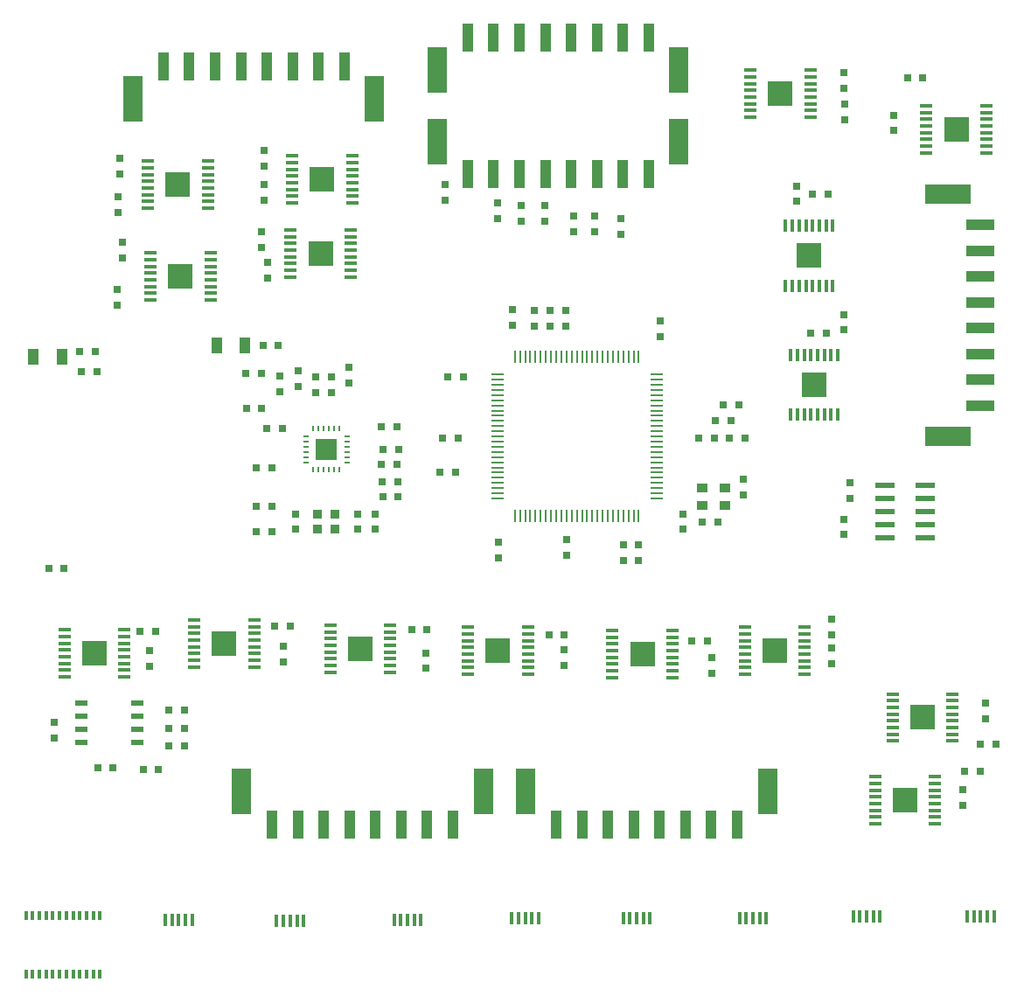
<source format=gtp>
G04 #@! TF.GenerationSoftware,KiCad,Pcbnew,5.1.5-52549c5~86~ubuntu18.04.1*
G04 #@! TF.CreationDate,2020-12-28T20:35:26-08:00*
G04 #@! TF.ProjectId,GAMTP_rev02,47414d54-505f-4726-9576-30322e6b6963,rev?*
G04 #@! TF.SameCoordinates,Original*
G04 #@! TF.FileFunction,Paste,Top*
G04 #@! TF.FilePolarity,Positive*
%FSLAX46Y46*%
G04 Gerber Fmt 4.6, Leading zero omitted, Abs format (unit mm)*
G04 Created by KiCad (PCBNEW 5.1.5-52549c5~86~ubuntu18.04.1) date 2020-12-28 20:35:26*
%MOMM*%
%LPD*%
G04 APERTURE LIST*
%ADD10R,0.360000X1.200000*%
%ADD11R,1.200000X0.360000*%
%ADD12R,2.400000X2.400000*%
%ADD13R,0.719328X0.800608*%
%ADD14R,0.800608X0.719328*%
%ADD15R,1.999488X1.999488*%
%ADD16O,0.640080X0.199136*%
%ADD17O,0.199136X0.640080*%
%ADD18R,1.120000X0.960000*%
%ADD19R,0.960000X0.880000*%
%ADD20R,0.720000X0.800000*%
%ADD21R,0.800000X0.720000*%
%ADD22R,1.200000X0.240000*%
%ADD23R,0.240000X1.200000*%
%ADD24R,1.240000X0.480000*%
%ADD25R,1.000000X1.600000*%
%ADD26R,1.120000X2.720000*%
%ADD27R,1.840000X4.480000*%
%ADD28R,2.720000X1.120000*%
%ADD29R,4.480000X1.840000*%
%ADD30R,1.920000X0.608000*%
%ADD31R,0.320000X0.880000*%
G04 APERTURE END LIST*
D10*
X102700000Y-141550000D03*
X101400000Y-141550000D03*
X102050000Y-141550000D03*
X104000000Y-141550000D03*
X103350000Y-141550000D03*
X180350000Y-141250000D03*
X179050000Y-141250000D03*
X179700000Y-141250000D03*
X181650000Y-141250000D03*
X181000000Y-141250000D03*
X113500000Y-141650000D03*
X112200000Y-141650000D03*
X112850000Y-141650000D03*
X114800000Y-141650000D03*
X114150000Y-141650000D03*
X169300000Y-141200000D03*
X168000000Y-141200000D03*
X168650000Y-141200000D03*
X170600000Y-141200000D03*
X169950000Y-141200000D03*
X124850000Y-141600000D03*
X123550000Y-141600000D03*
X124200000Y-141600000D03*
X126150000Y-141600000D03*
X125500000Y-141600000D03*
X158300000Y-141350000D03*
X157000000Y-141350000D03*
X157650000Y-141350000D03*
X159600000Y-141350000D03*
X158950000Y-141350000D03*
X136250000Y-141400000D03*
X134950000Y-141400000D03*
X135600000Y-141400000D03*
X137550000Y-141400000D03*
X136900000Y-141400000D03*
X147050000Y-141400000D03*
X145750000Y-141400000D03*
X146400000Y-141400000D03*
X148350000Y-141400000D03*
X147700000Y-141400000D03*
D11*
X119486000Y-71475000D03*
X119486000Y-72125000D03*
X119486000Y-70825000D03*
X119486000Y-70175000D03*
X119486000Y-67575000D03*
X119486000Y-68225000D03*
X119486000Y-69525000D03*
X119486000Y-68875000D03*
X113686000Y-68875000D03*
X113686000Y-69525000D03*
X113686000Y-68225000D03*
X113686000Y-67575000D03*
X113686000Y-70175000D03*
X113686000Y-70825000D03*
X113686000Y-72125000D03*
X113686000Y-71475000D03*
D12*
X116586000Y-69850000D03*
D11*
X105770000Y-80873000D03*
X105770000Y-81523000D03*
X105770000Y-80223000D03*
X105770000Y-79573000D03*
X105770000Y-76973000D03*
X105770000Y-77623000D03*
X105770000Y-78923000D03*
X105770000Y-78273000D03*
X99970000Y-78273000D03*
X99970000Y-78923000D03*
X99970000Y-77623000D03*
X99970000Y-76973000D03*
X99970000Y-79573000D03*
X99970000Y-80223000D03*
X99970000Y-81523000D03*
X99970000Y-80873000D03*
D12*
X102870000Y-79248000D03*
D11*
X119338000Y-78658000D03*
X119338000Y-79308000D03*
X119338000Y-78008000D03*
X119338000Y-77358000D03*
X119338000Y-74758000D03*
X119338000Y-75408000D03*
X119338000Y-76708000D03*
X119338000Y-76058000D03*
X113538000Y-76058000D03*
X113538000Y-76708000D03*
X113538000Y-75408000D03*
X113538000Y-74758000D03*
X113538000Y-77358000D03*
X113538000Y-78008000D03*
X113538000Y-79308000D03*
X113538000Y-78658000D03*
D12*
X116438000Y-77033000D03*
D11*
X105516000Y-71983000D03*
X105516000Y-72633000D03*
X105516000Y-71333000D03*
X105516000Y-70683000D03*
X105516000Y-68083000D03*
X105516000Y-68733000D03*
X105516000Y-70033000D03*
X105516000Y-69383000D03*
X99716000Y-69383000D03*
X99716000Y-70033000D03*
X99716000Y-68733000D03*
X99716000Y-68083000D03*
X99716000Y-70683000D03*
X99716000Y-71333000D03*
X99716000Y-72633000D03*
X99716000Y-71983000D03*
D12*
X102616000Y-70358000D03*
D10*
X162625000Y-92650000D03*
X161975000Y-92650000D03*
X163275000Y-92650000D03*
X163925000Y-92650000D03*
X166525000Y-92650000D03*
X165875000Y-92650000D03*
X164575000Y-92650000D03*
X165225000Y-92650000D03*
X165225000Y-86850000D03*
X164575000Y-86850000D03*
X165875000Y-86850000D03*
X166525000Y-86850000D03*
X163925000Y-86850000D03*
X163275000Y-86850000D03*
X161975000Y-86850000D03*
X162625000Y-86850000D03*
D12*
X164250000Y-89750000D03*
D10*
X162125000Y-80150000D03*
X161475000Y-80150000D03*
X162775000Y-80150000D03*
X163425000Y-80150000D03*
X166025000Y-80150000D03*
X165375000Y-80150000D03*
X164075000Y-80150000D03*
X164725000Y-80150000D03*
X164725000Y-74350000D03*
X164075000Y-74350000D03*
X165375000Y-74350000D03*
X166025000Y-74350000D03*
X163425000Y-74350000D03*
X162775000Y-74350000D03*
X161475000Y-74350000D03*
X162125000Y-74350000D03*
D12*
X163750000Y-77250000D03*
D11*
X180900000Y-66625000D03*
X180900000Y-67275000D03*
X180900000Y-65975000D03*
X180900000Y-65325000D03*
X180900000Y-62725000D03*
X180900000Y-63375000D03*
X180900000Y-64675000D03*
X180900000Y-64025000D03*
X175100000Y-64025000D03*
X175100000Y-64675000D03*
X175100000Y-63375000D03*
X175100000Y-62725000D03*
X175100000Y-65325000D03*
X175100000Y-65975000D03*
X175100000Y-67275000D03*
X175100000Y-66625000D03*
D12*
X178000000Y-65000000D03*
D11*
X158050000Y-59945000D03*
X158050000Y-59295000D03*
X158050000Y-60595000D03*
X158050000Y-61245000D03*
X158050000Y-63845000D03*
X158050000Y-63195000D03*
X158050000Y-61895000D03*
X158050000Y-62545000D03*
X163850000Y-62545000D03*
X163850000Y-61895000D03*
X163850000Y-63195000D03*
X163850000Y-63845000D03*
X163850000Y-61245000D03*
X163850000Y-60595000D03*
X163850000Y-59295000D03*
X163850000Y-59945000D03*
D12*
X160950000Y-61570000D03*
D11*
X144700000Y-114175000D03*
X144700000Y-113525000D03*
X144700000Y-114825000D03*
X144700000Y-115475000D03*
X144700000Y-118075000D03*
X144700000Y-117425000D03*
X144700000Y-116125000D03*
X144700000Y-116775000D03*
X150500000Y-116775000D03*
X150500000Y-116125000D03*
X150500000Y-117425000D03*
X150500000Y-118075000D03*
X150500000Y-115475000D03*
X150500000Y-114825000D03*
X150500000Y-113525000D03*
X150500000Y-114175000D03*
D12*
X147600000Y-115800000D03*
D11*
X157500000Y-113875000D03*
X157500000Y-113225000D03*
X157500000Y-114525000D03*
X157500000Y-115175000D03*
X157500000Y-117775000D03*
X157500000Y-117125000D03*
X157500000Y-115825000D03*
X157500000Y-116475000D03*
X163300000Y-116475000D03*
X163300000Y-115825000D03*
X163300000Y-117125000D03*
X163300000Y-117775000D03*
X163300000Y-115175000D03*
X163300000Y-114525000D03*
X163300000Y-113225000D03*
X163300000Y-113875000D03*
D12*
X160400000Y-115500000D03*
D11*
X170125000Y-128350000D03*
X170125000Y-127700000D03*
X170125000Y-129000000D03*
X170125000Y-129650000D03*
X170125000Y-132250000D03*
X170125000Y-131600000D03*
X170125000Y-130300000D03*
X170125000Y-130950000D03*
X175925000Y-130950000D03*
X175925000Y-130300000D03*
X175925000Y-131600000D03*
X175925000Y-132250000D03*
X175925000Y-129650000D03*
X175925000Y-129000000D03*
X175925000Y-127700000D03*
X175925000Y-128350000D03*
D12*
X173025000Y-129975000D03*
D11*
X171810000Y-120335000D03*
X171810000Y-119685000D03*
X171810000Y-120985000D03*
X171810000Y-121635000D03*
X171810000Y-124235000D03*
X171810000Y-123585000D03*
X171810000Y-122285000D03*
X171810000Y-122935000D03*
X177610000Y-122935000D03*
X177610000Y-122285000D03*
X177610000Y-123585000D03*
X177610000Y-124235000D03*
X177610000Y-121635000D03*
X177610000Y-120985000D03*
X177610000Y-119685000D03*
X177610000Y-120335000D03*
D12*
X174710000Y-121960000D03*
D11*
X104200000Y-113175000D03*
X104200000Y-112525000D03*
X104200000Y-113825000D03*
X104200000Y-114475000D03*
X104200000Y-117075000D03*
X104200000Y-116425000D03*
X104200000Y-115125000D03*
X104200000Y-115775000D03*
X110000000Y-115775000D03*
X110000000Y-115125000D03*
X110000000Y-116425000D03*
X110000000Y-117075000D03*
X110000000Y-114475000D03*
X110000000Y-113825000D03*
X110000000Y-112525000D03*
X110000000Y-113175000D03*
D12*
X107100000Y-114800000D03*
D11*
X117400000Y-113675000D03*
X117400000Y-113025000D03*
X117400000Y-114325000D03*
X117400000Y-114975000D03*
X117400000Y-117575000D03*
X117400000Y-116925000D03*
X117400000Y-115625000D03*
X117400000Y-116275000D03*
X123200000Y-116275000D03*
X123200000Y-115625000D03*
X123200000Y-116925000D03*
X123200000Y-117575000D03*
X123200000Y-114975000D03*
X123200000Y-114325000D03*
X123200000Y-113025000D03*
X123200000Y-113675000D03*
D12*
X120300000Y-115300000D03*
D11*
X130700000Y-113875000D03*
X130700000Y-113225000D03*
X130700000Y-114525000D03*
X130700000Y-115175000D03*
X130700000Y-117775000D03*
X130700000Y-117125000D03*
X130700000Y-115825000D03*
X130700000Y-116475000D03*
X136500000Y-116475000D03*
X136500000Y-115825000D03*
X136500000Y-117125000D03*
X136500000Y-117775000D03*
X136500000Y-115175000D03*
X136500000Y-114525000D03*
X136500000Y-113225000D03*
X136500000Y-113875000D03*
D12*
X133600000Y-115500000D03*
D11*
X91630000Y-114135000D03*
X91630000Y-113485000D03*
X91630000Y-114785000D03*
X91630000Y-115435000D03*
X91630000Y-118035000D03*
X91630000Y-117385000D03*
X91630000Y-116085000D03*
X91630000Y-116735000D03*
X97430000Y-116735000D03*
X97430000Y-116085000D03*
X97430000Y-117385000D03*
X97430000Y-118035000D03*
X97430000Y-115435000D03*
X97430000Y-114785000D03*
X97430000Y-113485000D03*
X97430000Y-114135000D03*
D12*
X94530000Y-115760000D03*
D13*
X156151840Y-93200000D03*
X154648160Y-93200000D03*
D14*
X140208000Y-84063840D03*
X140208000Y-82560160D03*
X112522000Y-90413840D03*
X112522000Y-88910160D03*
X145800000Y-106751840D03*
X145800000Y-105248160D03*
X147200000Y-106751840D03*
X147200000Y-105248160D03*
D13*
X103251840Y-124750000D03*
X101748160Y-124750000D03*
D14*
X167100000Y-104251840D03*
X167100000Y-102748160D03*
D13*
X103251840Y-121250000D03*
X101748160Y-121250000D03*
X103251840Y-123000000D03*
X101748160Y-123000000D03*
X123801840Y-93850000D03*
X122298160Y-93850000D03*
X123951840Y-100570000D03*
X122448160Y-100570000D03*
X124001840Y-96000000D03*
X122498160Y-96000000D03*
D14*
X121750000Y-103751840D03*
X121750000Y-102248160D03*
X115950000Y-90501840D03*
X115950000Y-88998160D03*
D13*
X129501840Y-98250000D03*
X127998160Y-98250000D03*
D14*
X117500000Y-90501840D03*
X117500000Y-88998160D03*
D13*
X90118160Y-107560000D03*
X91621840Y-107560000D03*
X94811840Y-88440000D03*
X93308160Y-88440000D03*
X94641840Y-86550000D03*
X93138160Y-86550000D03*
X100751840Y-127000000D03*
X99248160Y-127000000D03*
X112351840Y-85900000D03*
X110848160Y-85900000D03*
D15*
X117000000Y-96000000D03*
D16*
X115001020Y-94750320D03*
X115001020Y-95250700D03*
X115001020Y-95751080D03*
X115001020Y-96248920D03*
X115001020Y-96749300D03*
X115001020Y-97249680D03*
D17*
X115750320Y-97998980D03*
X116250700Y-97998980D03*
X116751080Y-97998980D03*
X117248920Y-97998980D03*
X117749300Y-97998980D03*
X118249680Y-97998980D03*
D16*
X118998980Y-97249680D03*
X118998980Y-96749300D03*
X118998980Y-96248920D03*
X118998980Y-95751080D03*
X118998980Y-95250700D03*
X118998980Y-94750320D03*
D17*
X118249680Y-94001020D03*
X117749300Y-94001020D03*
X117248920Y-94001020D03*
X116751080Y-94001020D03*
X116250700Y-94001020D03*
X115750320Y-94001020D03*
D18*
X155550000Y-99725000D03*
X153350000Y-99725000D03*
X155550000Y-101425000D03*
X153350000Y-101425000D03*
D19*
X116150000Y-103700000D03*
X117850000Y-103700000D03*
X116150000Y-102300000D03*
X117850000Y-102300000D03*
D13*
X110248160Y-104000000D03*
X111751840Y-104000000D03*
X128248160Y-94900000D03*
D20*
X129751840Y-94900000D03*
D13*
X128748160Y-89000000D03*
D20*
X130251840Y-89000000D03*
D13*
X157551840Y-94900000D03*
D20*
X156048160Y-94900000D03*
D14*
X133650000Y-104998160D03*
D21*
X133650000Y-106501840D03*
D13*
X153048160Y-94900000D03*
D20*
X154551840Y-94900000D03*
D13*
X156951840Y-91700000D03*
D20*
X155448160Y-91700000D03*
D14*
X140250000Y-104748160D03*
D21*
X140250000Y-106251840D03*
D14*
X137160000Y-82560160D03*
D21*
X137160000Y-84063840D03*
D14*
X151500000Y-103751840D03*
D21*
X151500000Y-102248160D03*
D14*
X138684000Y-82560160D03*
D21*
X138684000Y-84063840D03*
D14*
X157350000Y-100426840D03*
D21*
X157350000Y-98923160D03*
D13*
X154901840Y-103025000D03*
D20*
X153398160Y-103025000D03*
D14*
X99900000Y-117001840D03*
D21*
X99900000Y-115498160D03*
D13*
X98948160Y-113650000D03*
D20*
X100451840Y-113650000D03*
D14*
X110998000Y-67066160D03*
D21*
X110998000Y-68569840D03*
D14*
X110740000Y-74958160D03*
D21*
X110740000Y-76461840D03*
D14*
X110998000Y-70348160D03*
D21*
X110998000Y-71851840D03*
D14*
X111350000Y-77898160D03*
D21*
X111350000Y-79401840D03*
D14*
X96820000Y-71548160D03*
D21*
X96820000Y-73051840D03*
D14*
X96774000Y-80528160D03*
D21*
X96774000Y-82031840D03*
D14*
X97028000Y-69331840D03*
D21*
X97028000Y-67828160D03*
D14*
X97282000Y-77459840D03*
D21*
X97282000Y-75956160D03*
D13*
X165371840Y-84720000D03*
D20*
X163868160Y-84720000D03*
D13*
X165551840Y-71300000D03*
D20*
X164048160Y-71300000D03*
D14*
X167100000Y-82948160D03*
D21*
X167100000Y-84451840D03*
D14*
X162500000Y-72001840D03*
D21*
X162500000Y-70498160D03*
D14*
X171900000Y-63638160D03*
D21*
X171900000Y-65141840D03*
D14*
X167150000Y-64111840D03*
D21*
X167150000Y-62608160D03*
D13*
X173248160Y-60000000D03*
D20*
X174751840Y-60000000D03*
D14*
X167130000Y-59558160D03*
D21*
X167130000Y-61061840D03*
D14*
X154300000Y-117701840D03*
D21*
X154300000Y-116198160D03*
D14*
X165900000Y-116751840D03*
D21*
X165900000Y-115248160D03*
D13*
X152398160Y-114550000D03*
D20*
X153901840Y-114550000D03*
D14*
X165900000Y-112448160D03*
D21*
X165900000Y-113951840D03*
D14*
X178660000Y-130461840D03*
D21*
X178660000Y-128958160D03*
D14*
X180830000Y-122071840D03*
D21*
X180830000Y-120568160D03*
D13*
X178818160Y-127160000D03*
D20*
X180321840Y-127160000D03*
D13*
X181851840Y-124510000D03*
D20*
X180348160Y-124510000D03*
D14*
X112800000Y-116601840D03*
D21*
X112800000Y-115098160D03*
D14*
X126600000Y-117201840D03*
D21*
X126600000Y-115698160D03*
D14*
X140050000Y-116901840D03*
D21*
X140050000Y-115398160D03*
D13*
X111998160Y-113150000D03*
D20*
X113501840Y-113150000D03*
D13*
X125248160Y-113450000D03*
D20*
X126751840Y-113450000D03*
D13*
X138548160Y-114000000D03*
D20*
X140051840Y-114000000D03*
D14*
X114300000Y-88402160D03*
D21*
X114300000Y-89905840D03*
D13*
X110733840Y-88646000D03*
D20*
X109230160Y-88646000D03*
D13*
X123921840Y-99160000D03*
D20*
X122418160Y-99160000D03*
D13*
X111248160Y-94000000D03*
D20*
X112751840Y-94000000D03*
D14*
X114000000Y-102248160D03*
D21*
X114000000Y-103751840D03*
D13*
X110751840Y-92000000D03*
D20*
X109248160Y-92000000D03*
D13*
X123851840Y-97425000D03*
D20*
X122348160Y-97425000D03*
D14*
X120000000Y-103751840D03*
D21*
X120000000Y-102248160D03*
D14*
X119190000Y-88088160D03*
D21*
X119190000Y-89591840D03*
D13*
X111751840Y-97800000D03*
D20*
X110248160Y-97800000D03*
D13*
X110248160Y-101500000D03*
D20*
X111751840Y-101500000D03*
D13*
X96351840Y-126800000D03*
X94848160Y-126800000D03*
D14*
X90650000Y-123951840D03*
X90650000Y-122448160D03*
X149352000Y-83576160D03*
X149352000Y-85079840D03*
X145542000Y-75173840D03*
X145542000Y-73670160D03*
X143002000Y-74919840D03*
X143002000Y-73416160D03*
X140970000Y-74919840D03*
X140970000Y-73416160D03*
X138176000Y-73903840D03*
X138176000Y-72400160D03*
X167670000Y-99248160D03*
X167670000Y-100751840D03*
D22*
X148950000Y-92750000D03*
X148950000Y-92250000D03*
X148950000Y-91750000D03*
X148950000Y-90750000D03*
X148950000Y-91250000D03*
X148950000Y-89250000D03*
X148950000Y-88750000D03*
X148950000Y-89750000D03*
X148950000Y-90250000D03*
D23*
X135750000Y-102450000D03*
X135250000Y-102450000D03*
X138750000Y-102450000D03*
X138250000Y-102450000D03*
X139250000Y-102450000D03*
X137250000Y-102450000D03*
X137750000Y-102450000D03*
X136250000Y-102450000D03*
X136750000Y-102450000D03*
D22*
X133550000Y-97250000D03*
X133550000Y-97750000D03*
X133550000Y-96750000D03*
X133550000Y-98250000D03*
X133550000Y-98750000D03*
X133550000Y-100750000D03*
X133550000Y-100250000D03*
X133550000Y-99750000D03*
X133550000Y-99250000D03*
D23*
X137250000Y-87050000D03*
X138750000Y-87050000D03*
X139250000Y-87050000D03*
X138250000Y-87050000D03*
X137750000Y-87050000D03*
X135750000Y-87050000D03*
X136250000Y-87050000D03*
X136750000Y-87050000D03*
X135250000Y-87050000D03*
D22*
X148950000Y-94750000D03*
X148950000Y-94250000D03*
X148950000Y-93250000D03*
X148950000Y-93750000D03*
D23*
X140250000Y-102450000D03*
X139750000Y-102450000D03*
X141250000Y-102450000D03*
X140750000Y-102450000D03*
D22*
X133550000Y-94750000D03*
X133550000Y-95250000D03*
X133550000Y-95750000D03*
X133550000Y-96250000D03*
D23*
X139750000Y-87050000D03*
X141250000Y-87050000D03*
X140750000Y-87050000D03*
X140250000Y-87050000D03*
D22*
X148950000Y-95750000D03*
X148950000Y-95250000D03*
X148950000Y-96250000D03*
X148950000Y-96750000D03*
D23*
X144250000Y-102450000D03*
X144750000Y-102450000D03*
X145750000Y-102450000D03*
X145250000Y-102450000D03*
X142750000Y-102450000D03*
X143750000Y-102450000D03*
X143250000Y-102450000D03*
X141750000Y-102450000D03*
X142250000Y-102450000D03*
D22*
X133550000Y-94250000D03*
X133550000Y-93750000D03*
D23*
X142250000Y-87050000D03*
X142750000Y-87050000D03*
X143750000Y-87050000D03*
X143250000Y-87050000D03*
X144750000Y-87050000D03*
X145250000Y-87050000D03*
X144250000Y-87050000D03*
X146750000Y-87050000D03*
X147250000Y-87050000D03*
X146250000Y-87050000D03*
X145750000Y-87050000D03*
D22*
X148950000Y-97250000D03*
X148950000Y-97750000D03*
X148950000Y-98750000D03*
X148950000Y-98250000D03*
X148950000Y-99750000D03*
X148950000Y-100250000D03*
X148950000Y-99250000D03*
D23*
X146750000Y-102450000D03*
X146250000Y-102450000D03*
X147250000Y-102450000D03*
D22*
X148950000Y-100750000D03*
X133550000Y-91750000D03*
X133550000Y-92250000D03*
X133550000Y-93250000D03*
X133550000Y-92750000D03*
X133550000Y-90250000D03*
X133550000Y-91250000D03*
X133550000Y-90750000D03*
X133550000Y-89250000D03*
X133550000Y-89750000D03*
X133550000Y-88750000D03*
D23*
X141750000Y-87050000D03*
D24*
X98700000Y-124405000D03*
X98700000Y-123135000D03*
X98700000Y-121865000D03*
X98700000Y-120595000D03*
X93300000Y-120595000D03*
X93300000Y-121865000D03*
X93300000Y-123135000D03*
X93300000Y-124405000D03*
D14*
X135000000Y-82498160D03*
D21*
X135000000Y-84001840D03*
D25*
X88625000Y-87000000D03*
X91375000Y-87000000D03*
X106375000Y-85950000D03*
X109125000Y-85950000D03*
D26*
X118732000Y-58922000D03*
X116232000Y-58922000D03*
X113732000Y-58922000D03*
X101232000Y-58922000D03*
X106232000Y-58922000D03*
X103732000Y-58922000D03*
D27*
X121682000Y-62072000D03*
D26*
X108732000Y-58922000D03*
X111232000Y-58922000D03*
D27*
X98282000Y-62072000D03*
D26*
X111750000Y-132300000D03*
X114250000Y-132300000D03*
X116750000Y-132300000D03*
X129250000Y-132300000D03*
X124250000Y-132300000D03*
X126750000Y-132300000D03*
D27*
X108800000Y-129150000D03*
D26*
X121750000Y-132300000D03*
X119250000Y-132300000D03*
D27*
X132200000Y-129150000D03*
D28*
X180300000Y-91750000D03*
X180300000Y-89250000D03*
X180300000Y-86750000D03*
X180300000Y-74250000D03*
X180300000Y-79250000D03*
X180300000Y-76750000D03*
D29*
X177150000Y-94700000D03*
D28*
X180300000Y-81750000D03*
X180300000Y-84250000D03*
D29*
X177150000Y-71300000D03*
D26*
X139250000Y-132300000D03*
X141750000Y-132300000D03*
X144250000Y-132300000D03*
X156750000Y-132300000D03*
X151750000Y-132300000D03*
X154250000Y-132300000D03*
D27*
X136300000Y-129150000D03*
D26*
X149250000Y-132300000D03*
X146750000Y-132300000D03*
D27*
X159700000Y-129150000D03*
D30*
X171120000Y-100730000D03*
X171120000Y-99460000D03*
X175020000Y-99460000D03*
X175020000Y-100730000D03*
X175020000Y-104540000D03*
X175020000Y-103270000D03*
X175020000Y-102000000D03*
X171120000Y-102000000D03*
X171120000Y-103270000D03*
X171120000Y-104540000D03*
D26*
X148196000Y-56128000D03*
X145696000Y-56128000D03*
X143196000Y-56128000D03*
X130696000Y-56128000D03*
X135696000Y-56128000D03*
X133196000Y-56128000D03*
D27*
X151146000Y-59278000D03*
D26*
X138196000Y-56128000D03*
X140696000Y-56128000D03*
D27*
X127746000Y-59278000D03*
X151146000Y-66198000D03*
D26*
X138196000Y-69348000D03*
X140696000Y-69348000D03*
D27*
X127746000Y-66198000D03*
D26*
X145696000Y-69348000D03*
X143196000Y-69348000D03*
X148196000Y-69348000D03*
X135696000Y-69348000D03*
X133196000Y-69348000D03*
X130696000Y-69348000D03*
D14*
X135890000Y-72400160D03*
X135890000Y-73903840D03*
X133604000Y-73649840D03*
X133604000Y-72146160D03*
X128524000Y-71871840D03*
X128524000Y-70368160D03*
D31*
X87925000Y-146850000D03*
X88575000Y-146850000D03*
X89225000Y-146850000D03*
X89875000Y-146850000D03*
X90525000Y-146850000D03*
X91175000Y-146850000D03*
X91825000Y-146850000D03*
X92475000Y-146850000D03*
X93125000Y-146850000D03*
X93775000Y-146850000D03*
X94425000Y-146850000D03*
X95075000Y-146850000D03*
X95075000Y-141150000D03*
X94425000Y-141150000D03*
X93775000Y-141150000D03*
X93125000Y-141150000D03*
X92475000Y-141150000D03*
X91825000Y-141150000D03*
X91175000Y-141150000D03*
X90525000Y-141150000D03*
X89875000Y-141150000D03*
X89225000Y-141150000D03*
X88575000Y-141150000D03*
X87925000Y-141150000D03*
M02*

</source>
